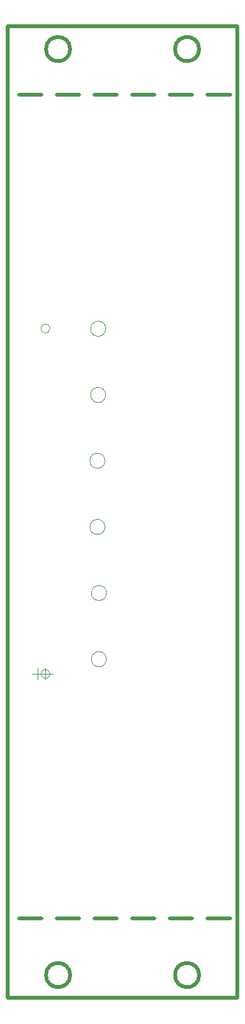
<source format=gbr>
%TF.GenerationSoftware,KiCad,Pcbnew,(7.0.0)*%
%TF.CreationDate,2023-03-30T09:00:50-07:00*%
%TF.ProjectId,wyw_r_frontpanel,7779775f-725f-4667-926f-6e7470616e65,rev?*%
%TF.SameCoordinates,Original*%
%TF.FileFunction,Profile,NP*%
%FSLAX46Y46*%
G04 Gerber Fmt 4.6, Leading zero omitted, Abs format (unit mm)*
G04 Created by KiCad (PCBNEW (7.0.0)) date 2023-03-30 09:00:50*
%MOMM*%
%LPD*%
G01*
G04 APERTURE LIST*
%TA.AperFunction,Profile*%
%ADD10C,0.500000*%
%TD*%
%TA.AperFunction,Profile*%
%ADD11C,0.100000*%
%TD*%
%TA.AperFunction,Profile*%
%ADD12C,0.050000*%
%TD*%
G04 APERTURE END LIST*
D10*
X46500000Y-138000000D02*
X49500000Y-138000000D01*
X41500000Y-138000000D02*
X44500000Y-138000000D01*
X36500000Y-138000000D02*
X39500000Y-138000000D01*
X31500000Y-138000000D02*
X34500000Y-138000000D01*
X26500000Y-138000000D02*
X29500000Y-138000000D01*
X21500000Y-138000000D02*
X24500000Y-138000000D01*
X46500000Y-29000000D02*
X49500000Y-29000000D01*
X41500000Y-29000000D02*
X44500000Y-29000000D01*
X36500000Y-29000000D02*
X39500000Y-29000000D01*
X31500000Y-29000000D02*
X34500000Y-29000000D01*
X26500000Y-29000000D02*
X29500000Y-29000000D01*
X21500000Y-29000000D02*
X24500000Y-29000000D01*
X45400000Y-145500000D02*
G75*
G03*
X45400000Y-145500000I-1600000J0D01*
G01*
X28280000Y-145500000D02*
G75*
G03*
X28280000Y-145500000I-1600000J0D01*
G01*
X45400000Y-23000000D02*
G75*
G03*
X45400000Y-23000000I-1600000J0D01*
G01*
X28280000Y-23000000D02*
G75*
G03*
X28280000Y-23000000I-1600000J0D01*
G01*
X20000000Y-20000000D02*
X50480000Y-20000000D01*
X50480000Y-20000000D02*
X50480000Y-148500000D01*
X50480000Y-148500000D02*
X20000000Y-148500000D01*
X20000000Y-148500000D02*
X20000000Y-20000000D01*
D11*
X33000000Y-60000000D02*
G75*
G03*
X33000000Y-60000000I-1000000J0D01*
G01*
X33000000Y-68758352D02*
G75*
G03*
X33000000Y-68758352I-1000000J0D01*
G01*
X32900000Y-86216704D02*
G75*
G03*
X32900000Y-86216704I-1000000J0D01*
G01*
X32900000Y-77458352D02*
G75*
G03*
X32900000Y-77458352I-1000000J0D01*
G01*
X33100000Y-103716704D02*
G75*
G03*
X33100000Y-103716704I-1000000J0D01*
G01*
X33100000Y-94958352D02*
G75*
G03*
X33100000Y-94958352I-1000000J0D01*
G01*
D12*
%TO.C,J1*%
X25600000Y-105660000D02*
G75*
G03*
X25600000Y-105660000I-600000J0D01*
G01*
X25600000Y-59960000D02*
G75*
G03*
X25600000Y-59960000I-600000J0D01*
G01*
X23222000Y-105670000D02*
X26016000Y-105670000D01*
X23984000Y-106432000D02*
X23984000Y-104908000D01*
X25000000Y-106432000D02*
X25000000Y-104908000D01*
%TD*%
M02*

</source>
